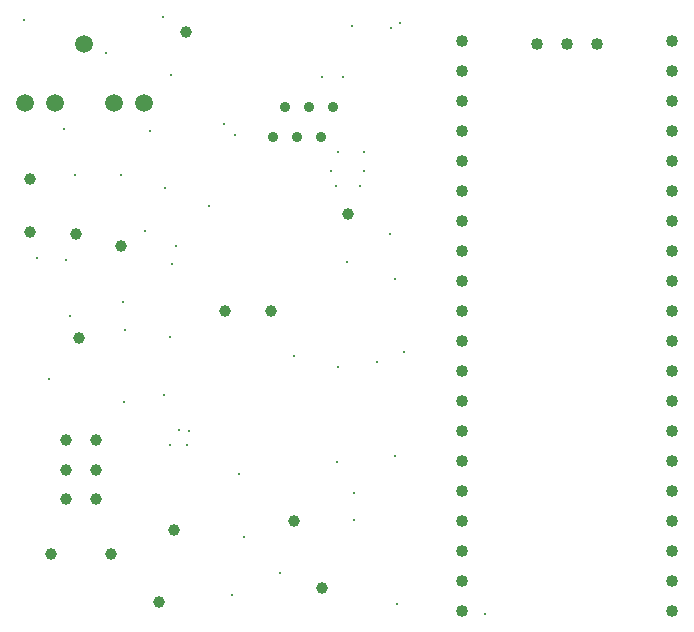
<source format=gbr>
%TF.GenerationSoftware,KiCad,Pcbnew,8.0.7+1*%
%TF.CreationDate,2025-02-06T19:29:55-05:00*%
%TF.ProjectId,jetKVM-audio-expansion,6a65744b-564d-42d6-9175-64696f2d6578,rev?*%
%TF.SameCoordinates,Original*%
%TF.FileFunction,Plated,1,2,PTH,Drill*%
%TF.FilePolarity,Positive*%
%FSLAX46Y46*%
G04 Gerber Fmt 4.6, Leading zero omitted, Abs format (unit mm)*
G04 Created by KiCad (PCBNEW 8.0.7+1) date 2025-02-06 19:29:55*
%MOMM*%
%LPD*%
G01*
G04 APERTURE LIST*
%TA.AperFunction,ViaDrill*%
%ADD10C,0.304800*%
%TD*%
%TA.AperFunction,ComponentDrill*%
%ADD11C,0.900000*%
%TD*%
%TA.AperFunction,ComponentDrill*%
%ADD12C,1.000000*%
%TD*%
%TA.AperFunction,ComponentDrill*%
%ADD13C,1.020000*%
%TD*%
%TA.AperFunction,ComponentDrill*%
%ADD14C,1.500000*%
%TD*%
G04 APERTURE END LIST*
D10*
X105156000Y-73152000D03*
X106273600Y-93319600D03*
X107238800Y-103581200D03*
X108508800Y-82346800D03*
X108712000Y-93472000D03*
X109067600Y-98196400D03*
X109474000Y-86258400D03*
X112141000Y-75946000D03*
X113385600Y-86258400D03*
X113538000Y-97028000D03*
X113588800Y-105460800D03*
X113690400Y-99415600D03*
X115443000Y-91059000D03*
X115824000Y-82550000D03*
X116967000Y-72898000D03*
X116992400Y-104902000D03*
X117109000Y-87417000D03*
X117500400Y-100025200D03*
X117554400Y-109131172D03*
X117602000Y-77851000D03*
X117729000Y-93853000D03*
X118008400Y-92252800D03*
X118264228Y-107870600D03*
X118922257Y-109143257D03*
X119169174Y-107977192D03*
X120802400Y-88864401D03*
X122072328Y-81940328D03*
X122770900Y-121881900D03*
X123037672Y-82905672D03*
X123393200Y-111607600D03*
X123748800Y-116890800D03*
X126796800Y-119989600D03*
X128016000Y-101600000D03*
X130429000Y-77978000D03*
X131191000Y-85979000D03*
X131572000Y-87249000D03*
X131673600Y-110540800D03*
X131724400Y-102565200D03*
X131778400Y-84328000D03*
X132207000Y-77978000D03*
X132486400Y-93624400D03*
X132892800Y-73660000D03*
X133096000Y-113182400D03*
X133096000Y-115519200D03*
X133604000Y-87249000D03*
X133985000Y-84328000D03*
X133985000Y-85979000D03*
X135077200Y-102108000D03*
X136144000Y-91236800D03*
X136194800Y-73863200D03*
X136550400Y-95046800D03*
X136550400Y-110083600D03*
X136702800Y-122580400D03*
X137004673Y-73445600D03*
X137363200Y-101295200D03*
X144170400Y-123444000D03*
D11*
%TO.C,J1*%
X126228000Y-83072000D03*
X127248000Y-80532000D03*
X128268000Y-83072000D03*
X129288000Y-80532000D03*
X130308000Y-83072000D03*
X131328000Y-80532000D03*
D12*
%TO.C,TP2*%
X105664000Y-86614000D03*
%TO.C,TP7*%
X105664000Y-91084400D03*
%TO.C,TP10*%
X107442000Y-118364000D03*
%TO.C,R2*%
X108752000Y-108752000D03*
X108752000Y-111252000D03*
X108752000Y-113752000D03*
%TO.C,TP6*%
X109575600Y-91236800D03*
%TO.C,TP18*%
X109855000Y-100076000D03*
%TO.C,R2*%
X111252000Y-108752000D03*
X111252000Y-111252000D03*
X111252000Y-113752000D03*
%TO.C,TP11*%
X112522000Y-118364000D03*
%TO.C,TP19*%
X113334800Y-92252800D03*
%TO.C,TP1*%
X116586000Y-122428000D03*
%TO.C,TP13*%
X117856000Y-116332000D03*
%TO.C,TP8*%
X118872000Y-74168000D03*
%TO.C,TP12*%
X122174000Y-97790000D03*
%TO.C,TP15*%
X126034800Y-97790000D03*
%TO.C,TP17*%
X128016000Y-115570000D03*
%TO.C,TP16*%
X130429000Y-121285000D03*
%TO.C,TP14*%
X132588000Y-89611200D03*
D13*
%TO.C,U3*%
X142240000Y-74930000D03*
X142240000Y-77470000D03*
X142240000Y-80010000D03*
X142240000Y-82550000D03*
X142240000Y-85090000D03*
X142240000Y-87630000D03*
X142240000Y-90170000D03*
X142240000Y-92710000D03*
X142240000Y-95250000D03*
X142240000Y-97790000D03*
X142240000Y-100330000D03*
X142240000Y-102870000D03*
X142240000Y-105410000D03*
X142240000Y-107950000D03*
X142240000Y-110490000D03*
X142240000Y-113030000D03*
X142240000Y-115570000D03*
X142240000Y-118110000D03*
X142240000Y-120650000D03*
X142240000Y-123190000D03*
X148590000Y-75160000D03*
X151130000Y-75160000D03*
X153670000Y-75160000D03*
X160020000Y-74930000D03*
X160020000Y-77470000D03*
X160020000Y-80010000D03*
X160020000Y-82550000D03*
X160020000Y-85090000D03*
X160020000Y-87630000D03*
X160020000Y-90170000D03*
X160020000Y-92710000D03*
X160020000Y-95250000D03*
X160020000Y-97790000D03*
X160020000Y-100330000D03*
X160020000Y-102870000D03*
X160020000Y-105410000D03*
X160020000Y-107950000D03*
X160020000Y-110490000D03*
X160020000Y-113030000D03*
X160020000Y-115570000D03*
X160020000Y-118110000D03*
X160020000Y-120650000D03*
X160020000Y-123190000D03*
D14*
%TO.C,J2*%
X105276000Y-80176000D03*
X107776000Y-80176000D03*
X110276000Y-75176000D03*
X112776000Y-80176000D03*
X115276000Y-80176000D03*
M02*

</source>
